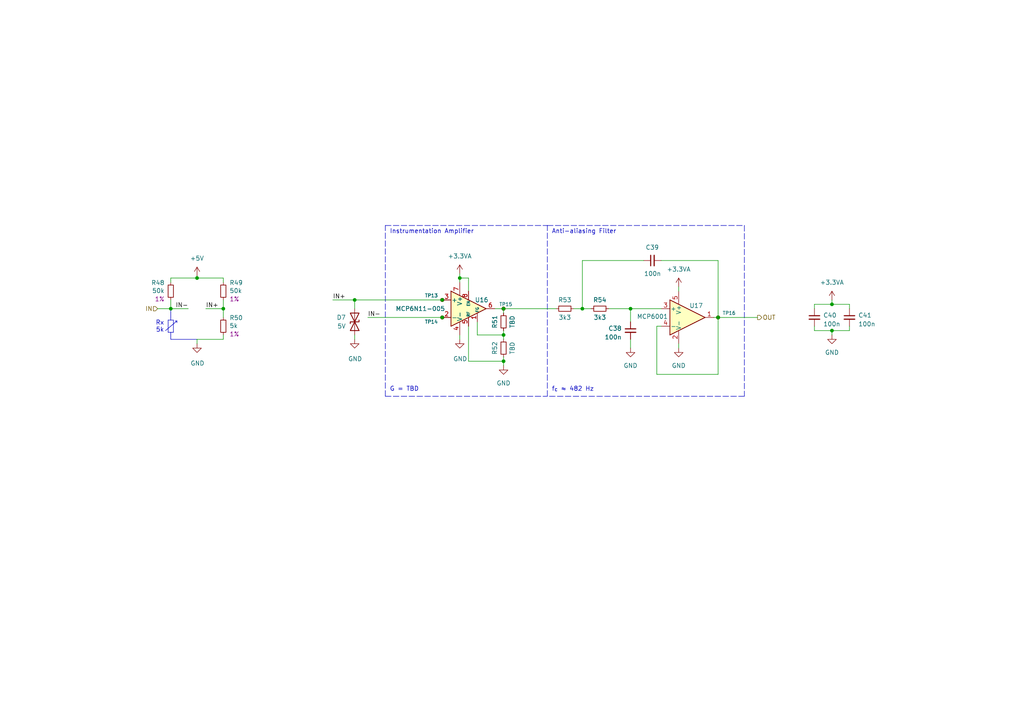
<source format=kicad_sch>
(kicad_sch (version 20231120) (generator "eeschema") (generator_version "8.0")
  (paper "A4")
  (lib_symbols
    (symbol "Amplifier_Operational:MCP6001-OT" (pin_names (offset 0.127))
      (property "Reference" "U" (at -1.27 6.35 0))
      (property "Value" "MCP6001-OT" (at -1.27 3.81 0))
      (symbol "MCP6001-OT_0_1"
        (polyline (pts (xy -5.08 5.08) (xy 5.08 0) (xy -5.08 -5.08) (xy -5.08 5.08)) (stroke (width 0.254)) (fill (type background)))
        (pin power_in line (at -2.54 -7.62 90) (length 3.81) (name "V-") (number "2"))
        (pin power_in line (at -2.54 7.62 270) (length 3.81) (name "V+") (number "5"))
      )
      (symbol "MCP6001-OT_1_1"
        (pin output line (at 7.62 0 180) (length 2.54) (name "~") (number "1"))
        (pin input line (at -7.62 2.54 0) (length 2.54) (name "+") (number "3"))
        (pin input line (at -7.62 -2.54 0) (length 2.54) (name "-") (number "4"))
      )
    )
    (symbol "Connector:TestPoint_Small" (pin_numbers hide) (pin_names (offset 0.762) hide)
      (property "Reference" "TP" (at 0 3.81 0))
      (property "Value" "TestPoint_Small" (at 0 2.032 0))
      (symbol "TestPoint_Small_0_1"
        (circle (center 0 0) (radius 0.508))
      )
      (symbol "TestPoint_Small_1_1"
        (pin passive line (at 0 0 90) (length 0) (name "1") (number "1"))
      )
    )
    (symbol "Device:C_Small" (pin_numbers hide) (pin_names (offset 0.254) hide)
      (property "Reference" "C" (at 0.254 1.778 0))
      (property "Value" "C_Small" (at 0.254 -2.032 0))
      (symbol "C_Small_0_1"
        (polyline (pts (xy -1.524 -0.508) (xy 1.524 -0.508)) (stroke (width 0.3302)))
        (polyline (pts (xy -1.524 0.508) (xy 1.524 0.508)) (stroke (width 0.3048)))
      )
      (symbol "C_Small_1_1"
        (pin passive line (at 0 2.54 270) (length 2.032) (name "~") (number "1"))
        (pin passive line (at 0 -2.54 90) (length 2.032) (name "~") (number "2"))
      )
    )
    (symbol "Device:D_TVS" (pin_numbers hide) (pin_names (offset 1.016) hide)
      (property "Reference" "D" (at 0 2.54 0))
      (property "Value" "D_TVS" (at 0 -2.54 0))
      (symbol "D_TVS_0_1"
        (polyline (pts (xy 1.27 0) (xy -1.27 0)))
        (polyline (pts (xy 0.508 1.27) (xy 0 1.27) (xy 0 -1.27) (xy -0.508 -1.27)) (stroke (width 0.254)))
        (polyline (pts (xy -2.54 1.27) (xy -2.54 -1.27) (xy 2.54 1.27) (xy 2.54 -1.27) (xy -2.54 1.27)) (stroke (width 0.254)))
      )
      (symbol "D_TVS_1_1"
        (pin passive line (at -3.81 0 0) (length 2.54) (name "A1") (number "1"))
        (pin passive line (at 3.81 0 180) (length 2.54) (name "A2") (number "2"))
      )
    )
    (symbol "Device:R_Small" (pin_numbers hide) (pin_names (offset 0.254) hide)
      (property "Reference" "R" (at 0.762 0.508 0))
      (property "Value" "R_Small" (at 0.762 -1.016 0))
      (symbol "R_Small_0_1"
        (rectangle (start -0.762 1.778) (end 0.762 -1.778) (stroke (width 0.2032)))
      )
      (symbol "R_Small_1_1"
        (pin passive line (at 0 2.54 270) (length 0.762) (name "~") (number "1"))
        (pin passive line (at 0 -2.54 90) (length 0.762) (name "~") (number "2"))
      )
    )
    (symbol "MCP6N11:MCP6N11" (pin_names (offset 0.127))
      (property "Reference" "U" (at 3.81 6.35 0))
      (property "Value" "MCP6N11-xE" (at 3.81 3.81 0))
      (symbol "MCP6N11_0_1"
        (polyline (pts (xy -5.08 5.08) (xy 5.08 0) (xy -5.08 -5.08) (xy -5.08 5.08)) (stroke (width 0.254)) (fill (type background)))
      )
      (symbol "MCP6N11_1_1"
        (pin passive line (at 2.54 -3.81 90) (length 2.54) (name "FG") (number "1"))
        (pin input line (at -7.62 -2.54 0) (length 2.54) (name "-") (number "2"))
        (pin input line (at -7.62 2.54 0) (length 2.54) (name "+") (number "3"))
        (pin power_in line (at -2.54 -7.62 90) (length 3.81) (name "V-") (number "4"))
        (pin passive line (at 0 -5.08 90) (length 2.54) (name "RF") (number "5"))
        (pin output line (at 7.62 0 180) (length 2.54) (name "~") (number "6"))
        (pin power_in line (at -2.54 7.62 270) (length 3.81) (name "V+") (number "7"))
        (pin input line (at 0 5.08 270) (length 2.54) (name "EN") (number "8"))
        (pin passive line (at -2.54 -7.62 90) (length 3.81) hide (name "EP") (number "9"))
      )
    )
    (symbol "power:+3.3VA" (power) (pin_names (offset 0))
      (property "Value" "+3.3VA" (at 0 3.556 0))
      (symbol "+3.3VA_0_1"
        (polyline (pts (xy -0.762 1.27) (xy 0 2.54)))
        (polyline (pts (xy 0 0) (xy 0 2.54)))
        (polyline (pts (xy 0 2.54) (xy 0.762 1.27)))
      )
      (symbol "+3.3VA_1_1"
        (pin power_in line (at 0 0 90) (length 0) hide (name "+3.3VA") (number "1"))
      )
    )
    (symbol "power:+5V" (power) (pin_names (offset 0))
      (property "Value" "+5V" (at 0 3.556 0))
      (symbol "+5V_0_1"
        (polyline (pts (xy -0.762 1.27) (xy 0 2.54)))
        (polyline (pts (xy 0 0) (xy 0 2.54)))
        (polyline (pts (xy 0 2.54) (xy 0.762 1.27)))
      )
      (symbol "+5V_1_1"
        (pin power_in line (at 0 0 90) (length 0) hide (name "+5V") (number "1"))
      )
    )
    (symbol "power:GND" (power) (pin_names (offset 0))
      (property "Value" "GND" (at 0 -3.81 0))
      (symbol "GND_0_1"
        (polyline (pts (xy 0 0) (xy 0 -1.27) (xy 1.27 -1.27) (xy 0 -2.54) (xy -1.27 -1.27) (xy 0 -1.27)))
      )
      (symbol "GND_1_1"
        (pin power_in line (at 0 0 270) (length 0) hide (name "GND") (number "1"))
      )
    )
  )
  (junction (at 241.3 88.265))
  (junction (at 128.27 86.995))
  (junction (at 57.15 80.645))
  (junction (at 102.87 86.995))
  (junction (at 146.05 104.775))
  (junction (at 168.91 89.535))
  (junction (at 146.05 97.155))
  (junction (at 241.3 95.885))
  (junction (at 182.88 89.535))
  (junction (at 146.05 89.535))
  (junction (at 128.27 92.075))
  (junction (at 133.35 80.645))
  (junction (at 64.77 89.535))
  (junction (at 49.53 89.535))
  (junction (at 208.28 92.075))
  (wire (pts (xy 182.88 98.425) (xy 182.88 100.965)))
  (polyline (pts (xy 111.76 65.405) (xy 158.75 65.405)) (stroke (width 0) (type dash)))
  (polyline (pts (xy 215.9 114.935) (xy 158.75 114.935)) (stroke (width 0) (type dash)))
  (polyline (pts (xy 48.768 92.837) (xy 48.768 96.393)))
  (wire (pts (xy 190.5 108.585) (xy 208.28 108.585)))
  (wire (pts (xy 182.88 89.535) (xy 182.88 93.345)))
  (wire (pts (xy 106.68 92.075) (xy 128.27 92.075)))
  (wire (pts (xy 166.37 89.535) (xy 168.91 89.535)))
  (wire (pts (xy 168.91 89.535) (xy 171.45 89.535)))
  (wire (pts (xy 49.53 80.645) (xy 57.15 80.645)))
  (wire (pts (xy 246.38 95.885) (xy 241.3 95.885)))
  (wire (pts (xy 168.91 75.565) (xy 186.69 75.565)))
  (wire (pts (xy 49.53 89.535) (xy 54.61 89.535)))
  (polyline (pts (xy 111.76 114.935) (xy 111.76 65.405)) (stroke (width 0) (type dash)))
  (wire (pts (xy 64.77 89.535) (xy 59.69 89.535)))
  (polyline (pts (xy 51.308 93.091) (xy 51.308 93.599)))
  (wire (pts (xy 102.87 86.995) (xy 128.27 86.995)))
  (wire (pts (xy 102.87 98.425) (xy 102.87 97.155)))
  (wire (pts (xy 133.35 79.375) (xy 133.35 80.645)))
  (wire (pts (xy 241.3 97.155) (xy 241.3 95.885)))
  (wire (pts (xy 146.05 103.505) (xy 146.05 104.775)))
  (wire (pts (xy 49.53 86.995) (xy 49.53 89.535)))
  (wire (pts (xy 191.77 75.565) (xy 208.28 75.565)))
  (wire (pts (xy 196.85 100.965) (xy 196.85 99.695)))
  (polyline (pts (xy 50.292 96.393) (xy 48.768 96.393)))
  (wire (pts (xy 57.15 80.01) (xy 57.15 80.645)))
  (wire (pts (xy 176.53 89.535) (xy 182.88 89.535)))
  (wire (pts (xy 64.77 89.535) (xy 64.77 92.075)))
  (polyline (pts (xy 215.9 65.405) (xy 215.9 114.935)) (stroke (width 0) (type dash)))
  (wire (pts (xy 138.43 97.155) (xy 146.05 97.155)))
  (polyline (pts (xy 50.292 92.837) (xy 50.292 96.393)))
  (polyline (pts (xy 50.8 93.091) (xy 51.308 93.091)))
  (wire (pts (xy 208.28 75.565) (xy 208.28 92.075)))
  (wire (pts (xy 246.38 89.535) (xy 246.38 88.265)))
  (wire (pts (xy 196.85 83.185) (xy 196.85 84.455)))
  (wire (pts (xy 133.35 98.425) (xy 133.35 97.155)))
  (wire (pts (xy 191.77 94.615) (xy 190.5 94.615)))
  (wire (pts (xy 133.35 80.645) (xy 135.89 80.645)))
  (wire (pts (xy 241.3 88.265) (xy 241.3 86.995)))
  (wire (pts (xy 96.52 86.995) (xy 102.87 86.995)))
  (wire (pts (xy 49.53 80.645) (xy 49.53 81.915)))
  (wire (pts (xy 236.22 88.265) (xy 236.22 89.535)))
  (wire (pts (xy 64.77 97.155) (xy 64.77 98.425)))
  (wire (pts (xy 236.22 88.265) (xy 241.3 88.265)))
  (wire (pts (xy 208.28 108.585) (xy 208.28 92.075)))
  (wire (pts (xy 208.28 92.075) (xy 219.71 92.075)))
  (polyline (pts (xy 49.53 89.916) (xy 49.53 92.837)))
  (wire (pts (xy 102.87 89.535) (xy 102.87 86.995)))
  (wire (pts (xy 208.28 92.075) (xy 207.01 92.075)))
  (wire (pts (xy 146.05 89.535) (xy 146.05 90.805)))
  (wire (pts (xy 64.77 86.995) (xy 64.77 89.535)))
  (wire (pts (xy 57.15 80.645) (xy 64.77 80.645)))
  (wire (pts (xy 246.38 94.615) (xy 246.38 95.885)))
  (polyline (pts (xy 158.75 114.935) (xy 158.75 65.405)) (stroke (width 0) (type dash)))
  (wire (pts (xy 133.35 80.645) (xy 133.35 81.915)))
  (wire (pts (xy 146.05 95.885) (xy 146.05 97.155)))
  (wire (pts (xy 236.22 95.885) (xy 241.3 95.885)))
  (polyline (pts (xy 51.308 93.091) (xy 48.006 95.885)))
  (wire (pts (xy 190.5 94.615) (xy 190.5 108.585)))
  (wire (pts (xy 236.22 94.615) (xy 236.22 95.885)))
  (wire (pts (xy 57.15 98.425) (xy 64.77 98.425)))
  (polyline (pts (xy 111.76 114.935) (xy 158.75 114.935)) (stroke (width 0) (type dash)))
  (polyline (pts (xy 57.15 98.425) (xy 49.53 98.425)))
  (wire (pts (xy 64.77 80.645) (xy 64.77 81.915)))
  (polyline (pts (xy 158.75 65.405) (xy 215.9 65.405)) (stroke (width 0) (type dash)))
  (wire (pts (xy 45.72 89.535) (xy 49.53 89.535)))
  (wire (pts (xy 168.91 75.565) (xy 168.91 89.535)))
  (wire (pts (xy 246.38 88.265) (xy 241.3 88.265)))
  (polyline (pts (xy 49.53 96.393) (xy 49.53 98.425)))
  (polyline (pts (xy 48.768 92.837) (xy 50.292 92.837)))
  (wire (pts (xy 135.89 94.615) (xy 135.89 104.775)))
  (wire (pts (xy 143.51 89.535) (xy 146.05 89.535)))
  (wire (pts (xy 146.05 97.155) (xy 146.05 98.425)))
  (wire (pts (xy 182.88 89.535) (xy 191.77 89.535)))
  (wire (pts (xy 138.43 93.345) (xy 138.43 97.155)))
  (wire (pts (xy 57.15 98.425) (xy 57.15 99.695)))
  (wire (pts (xy 146.05 89.535) (xy 161.29 89.535)))
  (wire (pts (xy 135.89 80.645) (xy 135.89 84.455)))
  (wire (pts (xy 146.05 104.775) (xy 146.05 106.045)))
  (wire (pts (xy 135.89 104.775) (xy 146.05 104.775)))
  (text "G = TBD" (at 113.03 113.665 0) (effects (font (size 1.27 1.27)) (justify left bottom)))
  (text "f_{c} ≈ 482 Hz" (at 160.02 113.665 0) (effects (font (size 1.27 1.27)) (justify left bottom)))
  (text "Instrumentation Amplifier" (at 113.03 67.945 0) (effects (font (size 1.27 1.27)) (justify left bottom)))
  (text "Rx\n5k" (at 47.625 96.52 0) (effects (font (size 1.27 1.27)) (justify right bottom)))
  (text "Anti-aliasing Filter" (at 160.02 67.945 0) (effects (font (size 1.27 1.27)) (justify left bottom)))
  (label "IN-" (at 54.61 89.535 180))
  (label "IN-" (at 106.68 92.075 0))
  (label "IN+" (at 59.69 89.535 0))
  (label "IN+" (at 96.52 86.995 0))
  (hierarchical_label "OUT" (shape output) (at 219.71 92.075 0))
  (hierarchical_label "IN" (shape input) (at 45.72 89.535 180))
  (symbol (lib_id "Device:R_Small") (at 146.05 93.345 180) (unit 1)
    (property "Reference" "R51" (at 143.51 93.345 90))
    (property "Value" "TBD" (at 148.59 93.345 90))
    (property "Footprint" "Resistor_SMD:R_0603_1608Metric" (effects (hide yes)))
    (instances (project "PUTM_EV_Frontbox_2023" (path "" (reference "R51") (unit 1)) (path "" (reference "R83") (unit 1)) (path "" (reference "R97") (unit 1)) (path "" (reference "R90") (unit 1))))
  )
  (symbol (lib_id "Connector:TestPoint_Small") (at 128.27 86.995 0) (unit 1)
    (property "Reference" "TP13" (at 123.19 85.725 0) (effects (font (size 1 1)) (justify left)))
    (property "Value" "TestPoint_Small" (effects (hide yes)))
    (property "Footprint" "TestPoint:TestPoint_Pad_D1.0mm" (effects (hide yes)))
    (instances (project "PUTM_EV_Frontbox_2023" (path "" (reference "TP13") (unit 1)) (path "" (reference "TP33") (unit 1)) (path "" (reference "TP41") (unit 1)) (path "" (reference "TP37") (unit 1))))
  )
  (symbol (lib_id "power:GND") (at 182.88 100.965 0) (unit 1)
    (property "Reference" "#PWR0126" (effects (hide yes)))
    (property "Value" "GND" (at 182.88 106.045 0))
    (instances (project "PUTM_EV_Frontbox_2023" (path "" (reference "#PWR0126") (unit 1)) (path "" (reference "#PWR0170") (unit 1)) (path "" (reference "#PWR0192") (unit 1)) (path "" (reference "#PWR0181") (unit 1))))
  )
  (symbol (lib_id "power:GND") (at 196.85 100.965 0) (unit 1)
    (property "Reference" "#PWR0128" (effects (hide yes)))
    (property "Value" "GND" (at 196.85 106.045 0))
    (instances (project "PUTM_EV_Frontbox_2023" (path "" (reference "#PWR0128") (unit 1)) (path "" (reference "#PWR0172") (unit 1)) (path "" (reference "#PWR0194") (unit 1)) (path "" (reference "#PWR0183") (unit 1))))
  )
  (symbol (lib_id "power:GND") (at 102.87 98.425 0) (unit 1)
    (property "Reference" "#PWR0122" (effects (hide yes)))
    (property "Value" "GND" (at 102.997 104.0892 0))
    (instances (project "PUTM_EV_Frontbox_2023" (path "" (reference "#PWR0122") (unit 1)) (path "" (reference "#PWR0166") (unit 1)) (path "" (reference "#PWR0188") (unit 1)) (path "" (reference "#PWR0177") (unit 1))))
  )
  (symbol (lib_id "Device:R_Small") (at 64.77 84.455 0) (unit 1)
    (property "Reference" "R49" (at 66.548 82.0166 0) (effects (justify left)))
    (property "Value" "50k" (at 66.548 84.328 0) (effects (justify left)))
    (property "Footprint" "Resistor_SMD:R_0603_1608Metric" (effects (hide yes)))
    (property "Tolerance" "1%" (at 66.548 86.741 0) (effects (justify left)))
    (instances (project "PUTM_EV_Frontbox_2023" (path "" (reference "R49") (unit 1)) (path "" (reference "R81") (unit 1)) (path "" (reference "R95") (unit 1)) (path "" (reference "R88") (unit 1))))
  )
  (symbol (lib_id "Device:R_Small") (at 163.83 89.535 90) (unit 1)
    (property "Reference" "R53" (at 163.83 86.995 90))
    (property "Value" "3k3" (at 163.83 92.075 90))
    (property "Footprint" "Resistor_SMD:R_0603_1608Metric" (effects (hide yes)))
    (instances (project "PUTM_EV_Frontbox_2023" (path "" (reference "R53") (unit 1)) (path "" (reference "R85") (unit 1)) (path "" (reference "R99") (unit 1)) (path "" (reference "R92") (unit 1))))
  )
  (symbol (lib_id "Device:R_Small") (at 64.77 94.615 0) (unit 1)
    (property "Reference" "R50" (at 66.548 92.1766 0) (effects (justify left)))
    (property "Value" "5k" (at 66.548 94.488 0) (effects (justify left)))
    (property "Footprint" "Resistor_SMD:R_0603_1608Metric" (effects (hide yes)))
    (property "Tolerance" "1%" (at 66.548 96.901 0) (effects (justify left)))
    (instances (project "PUTM_EV_Frontbox_2023" (path "" (reference "R50") (unit 1)) (path "" (reference "R82") (unit 1)) (path "" (reference "R96") (unit 1)) (path "" (reference "R89") (unit 1))))
  )
  (symbol (lib_id "power:GND") (at 133.35 98.425 0) (unit 1)
    (property "Reference" "#PWR0124" (effects (hide yes)))
    (property "Value" "GND" (at 133.477 104.0892 0))
    (instances (project "PUTM_EV_Frontbox_2023" (path "" (reference "#PWR0124") (unit 1)) (path "" (reference "#PWR0168") (unit 1)) (path "" (reference "#PWR0190") (unit 1)) (path "" (reference "#PWR0179") (unit 1))))
  )
  (symbol (lib_id "MCP6N11:MCP6N11") (at 135.89 89.535 0) (unit 1)
    (property "Reference" "U16" (at 139.7 86.995 0))
    (property "Value" "MCP6N11-005" (at 121.92 89.535 0))
    (property "Footprint" "Samacsys:TDFN-8-1EP_3x2mm_P0.5mm_EP1.70x1.65mm" (effects (hide yes)))
    (property "Datasheet" "https://ww1.microchip.com/downloads/en/DeviceDoc/25073A.pdf" (effects (hide yes)))
    (instances (project "PUTM_EV_Frontbox_2023" (path "" (reference "U16") (unit 1)) (path "" (reference "U25") (unit 1)) (path "" (reference "U29") (unit 1)) (path "" (reference "U27") (unit 1))))
  )
  (symbol (lib_id "Amplifier_Operational:MCP6001-OT") (at 199.39 92.075 0) (unit 1)
    (property "Reference" "U17" (at 201.93 88.6461 0))
    (property "Value" "MCP6001" (at 189.23 91.805 0))
    (property "Footprint" "Package_TO_SOT_SMD:SOT-23-5" (effects (hide yes)))
    (property "Datasheet" "https://ww1.microchip.com/downloads/en/DeviceDoc/MCP6001-1R-1U-2-4-1-MHz-Low-Power-Op-Amp-DS20001733L.pdf" (effects (hide yes)))
    (instances (project "PUTM_EV_Frontbox_2023" (path "" (reference "U17") (unit 1)) (path "" (reference "U26") (unit 1)) (path "" (reference "U30") (unit 1)) (path "" (reference "U28") (unit 1))))
  )
  (symbol (lib_id "Connector:TestPoint_Small") (at 128.27 92.075 0) (mirror x) (unit 1)
    (property "Reference" "TP14" (at 123.19 93.345 0) (effects (font (size 1 1)) (justify left)))
    (property "Value" "TestPoint_Small" (effects (hide yes)))
    (property "Footprint" "TestPoint:TestPoint_Pad_D1.0mm" (effects (hide yes)))
    (instances (project "PUTM_EV_Frontbox_2023" (path "" (reference "TP14") (unit 1)) (path "" (reference "TP34") (unit 1)) (path "" (reference "TP42") (unit 1)) (path "" (reference "TP38") (unit 1))))
  )
  (symbol (lib_id "power:+3.3VA") (at 241.3 86.995 0) (unit 1)
    (property "Reference" "#PWR0129" (effects (hide yes)))
    (property "Value" "+3.3VA" (at 241.3 81.915 0))
    (instances (project "PUTM_EV_Frontbox_2023" (path "" (reference "#PWR0129") (unit 1)) (path "" (reference "#PWR0173") (unit 1)) (path "" (reference "#PWR0195") (unit 1)) (path "" (reference "#PWR0184") (unit 1))))
  )
  (symbol (lib_id "power:GND") (at 57.15 99.695 0) (unit 1)
    (property "Reference" "#PWR0121" (effects (hide yes)))
    (property "Value" "GND" (at 57.277 105.3592 0))
    (instances (project "PUTM_EV_Frontbox_2023" (path "" (reference "#PWR0121") (unit 1)) (path "" (reference "#PWR0165") (unit 1)) (path "" (reference "#PWR0187") (unit 1)) (path "" (reference "#PWR0176") (unit 1))))
  )
  (symbol (lib_id "Connector:TestPoint_Small") (at 208.28 92.075 0) (unit 1)
    (property "Reference" "TP16" (at 209.55 90.805 0) (effects (font (size 1 1)) (justify left)))
    (property "Value" "TestPoint_Small" (effects (hide yes)))
    (property "Footprint" "TestPoint:TestPoint_Pad_D1.0mm" (effects (hide yes)))
    (instances (project "PUTM_EV_Frontbox_2023" (path "" (reference "TP16") (unit 1)) (path "" (reference "TP36") (unit 1)) (path "" (reference "TP44") (unit 1)) (path "" (reference "TP40") (unit 1))))
  )
  (symbol (lib_id "Device:R_Small") (at 146.05 100.965 180) (unit 1)
    (property "Reference" "R52" (at 143.51 100.965 90))
    (property "Value" "TBD" (at 148.59 100.965 90))
    (property "Footprint" "Resistor_SMD:R_0603_1608Metric" (effects (hide yes)))
    (instances (project "PUTM_EV_Frontbox_2023" (path "" (reference "R52") (unit 1)) (path "" (reference "R84") (unit 1)) (path "" (reference "R98") (unit 1)) (path "" (reference "R91") (unit 1))))
  )
  (symbol (lib_id "power:GND") (at 241.3 97.155 0) (unit 1)
    (property "Reference" "#PWR0130" (effects (hide yes)))
    (property "Value" "GND" (at 241.3 102.235 0))
    (instances (project "PUTM_EV_Frontbox_2023" (path "" (reference "#PWR0130") (unit 1)) (path "" (reference "#PWR0174") (unit 1)) (path "" (reference "#PWR0196") (unit 1)) (path "" (reference "#PWR0185") (unit 1))))
  )
  (symbol (lib_id "Device:R_Small") (at 173.99 89.535 90) (unit 1)
    (property "Reference" "R54" (at 173.99 86.995 90))
    (property "Value" "3k3" (at 173.99 92.075 90))
    (property "Footprint" "Resistor_SMD:R_0603_1608Metric" (effects (hide yes)))
    (instances (project "PUTM_EV_Frontbox_2023" (path "" (reference "R54") (unit 1)) (path "" (reference "R86") (unit 1)) (path "" (reference "R100") (unit 1)) (path "" (reference "R93") (unit 1))))
  )
  (symbol (lib_id "Device:C_Small") (at 189.23 75.565 90) (unit 1)
    (property "Reference" "C39" (at 191.1413 71.755 90) (effects (justify left)))
    (property "Value" "100n" (at 191.77 79.375 90) (effects (justify left)))
    (property "Footprint" "Capacitor_SMD:C_0603_1608Metric" (effects (hide yes)))
    (instances (project "PUTM_EV_Frontbox_2023" (path "" (reference "C39") (unit 1)) (path "" (reference "C58") (unit 1)) (path "" (reference "C66") (unit 1)) (path "" (reference "C62") (unit 1))))
  )
  (symbol (lib_id "power:+3.3VA") (at 133.35 79.375 0) (unit 1)
    (property "Reference" "#PWR0123" (effects (hide yes)))
    (property "Value" "+3.3VA" (at 133.35 74.295 0))
    (instances (project "PUTM_EV_Frontbox_2023" (path "" (reference "#PWR0123") (unit 1)) (path "" (reference "#PWR0167") (unit 1)) (path "" (reference "#PWR0189") (unit 1)) (path "" (reference "#PWR0178") (unit 1))))
  )
  (symbol (lib_id "Device:C_Small") (at 182.88 95.885 0) (mirror y) (unit 1)
    (property "Reference" "C38" (at 180.34 95.2563 0) (effects (justify left)))
    (property "Value" "100n" (at 180.34 97.7963 0) (effects (justify left)))
    (property "Footprint" "Capacitor_SMD:C_0603_1608Metric" (effects (hide yes)))
    (instances (project "PUTM_EV_Frontbox_2023" (path "" (reference "C38") (unit 1)) (path "" (reference "C57") (unit 1)) (path "" (reference "C65") (unit 1)) (path "" (reference "C61") (unit 1))))
  )
  (symbol (lib_id "power:+3.3VA") (at 196.85 83.185 0) (unit 1)
    (property "Reference" "#PWR0127" (effects (hide yes)))
    (property "Value" "+3.3VA" (at 196.85 78.105 0))
    (instances (project "PUTM_EV_Frontbox_2023" (path "" (reference "#PWR0127") (unit 1)) (path "" (reference "#PWR0171") (unit 1)) (path "" (reference "#PWR0193") (unit 1)) (path "" (reference "#PWR0182") (unit 1))))
  )
  (symbol (lib_id "Device:D_TVS") (at 102.87 93.345 270) (mirror x) (unit 1)
    (property "Reference" "D7" (at 100.33 92.075 90) (effects (justify right)))
    (property "Value" "5V" (at 100.33 94.615 90) (effects (justify right)))
    (property "Footprint" "Diode_SMD:D_SOD-523" (effects (hide yes)))
    (property "Datasheet" "https://www.mouser.pl/datasheet/2/916/PESD5V0V1BB_Q-3081435.pdf" (effects (hide yes)))
    (property "Component" "PESD5V0V1BB-QX" (effects (hide yes)))
    (instances (project "PUTM_EV_Frontbox_2023" (path "" (reference "D7") (unit 1)) (path "" (reference "D11") (unit 1)) (path "" (reference "D13") (unit 1)) (path "" (reference "D12") (unit 1))))
  )
  (symbol (lib_id "Device:R_Small") (at 49.53 84.455 0) (mirror y) (unit 1)
    (property "Reference" "R48" (at 47.752 82.0166 0) (effects (justify left)))
    (property "Value" "50k" (at 47.752 84.328 0) (effects (justify left)))
    (property "Footprint" "Resistor_SMD:R_0603_1608Metric" (effects (hide yes)))
    (property "Tolerance" "1%" (at 47.752 86.741 0) (effects (justify left)))
    (instances (project "PUTM_EV_Frontbox_2023" (path "" (reference "R48") (unit 1)) (path "" (reference "R80") (unit 1)) (path "" (reference "R94") (unit 1)) (path "" (reference "R87") (unit 1))))
  )
  (symbol (lib_id "Connector:TestPoint_Small") (at 146.05 89.535 0) (unit 1)
    (property "Reference" "TP15" (at 144.78 88.265 0) (effects (font (size 1 1)) (justify left)))
    (property "Value" "TestPoint_Small" (effects (hide yes)))
    (property "Footprint" "TestPoint:TestPoint_Pad_D1.0mm" (effects (hide yes)))
    (instances (project "PUTM_EV_Frontbox_2023" (path "" (reference "TP15") (unit 1)) (path "" (reference "TP35") (unit 1)) (path "" (reference "TP43") (unit 1)) (path "" (reference "TP39") (unit 1))))
  )
  (symbol (lib_id "Device:C_Small") (at 246.38 92.075 0) (unit 1)
    (property "Reference" "C41" (at 248.92 91.4463 0) (effects (justify left)))
    (property "Value" "100n" (at 248.92 93.9863 0) (effects (justify left)))
    (property "Footprint" "Capacitor_SMD:C_0402_1005Metric_Pad0.74x0.62mm_HandSolder" (effects (hide yes)))
    (instances (project "PUTM_EV_Frontbox_2023" (path "" (reference "C41") (unit 1)) (path "" (reference "C60") (unit 1)) (path "" (reference "C68") (unit 1)) (path "" (reference "C64") (unit 1))))
  )
  (symbol (lib_id "power:+5V") (at 57.15 80.01 0) (unit 1)
    (property "Reference" "#PWR0120" (effects (hide yes)))
    (property "Value" "+5V" (at 57.15 74.93 0))
    (instances (project "PUTM_EV_Frontbox_2023" (path "" (reference "#PWR0120") (unit 1)) (path "" (reference "#PWR0164") (unit 1)) (path "" (reference "#PWR0186") (unit 1)) (path "" (reference "#PWR0175") (unit 1))))
  )
  (symbol (lib_id "power:GND") (at 146.05 106.045 0) (unit 1)
    (property "Reference" "#PWR0125" (effects (hide yes)))
    (property "Value" "GND" (at 146.05 111.125 0))
    (instances (project "PUTM_EV_Frontbox_2023" (path "" (reference "#PWR0125") (unit 1)) (path "" (reference "#PWR0169") (unit 1)) (path "" (reference "#PWR0191") (unit 1)) (path "" (reference "#PWR0180") (unit 1))))
  )
  (symbol (lib_id "Device:C_Small") (at 236.22 92.075 0) (unit 1)
    (property "Reference" "C40" (at 238.76 91.4463 0) (effects (justify left)))
    (property "Value" "100n" (at 238.76 93.9863 0) (effects (justify left)))
    (property "Footprint" "Capacitor_SMD:C_0603_1608Metric" (effects (hide yes)))
    (instances (project "PUTM_EV_Frontbox_2023" (path "" (reference "C40") (unit 1)) (path "" (reference "C59") (unit 1)) (path "" (reference "C67") (unit 1)) (path "" (reference "C63") (unit 1))))
  )
)
</source>
